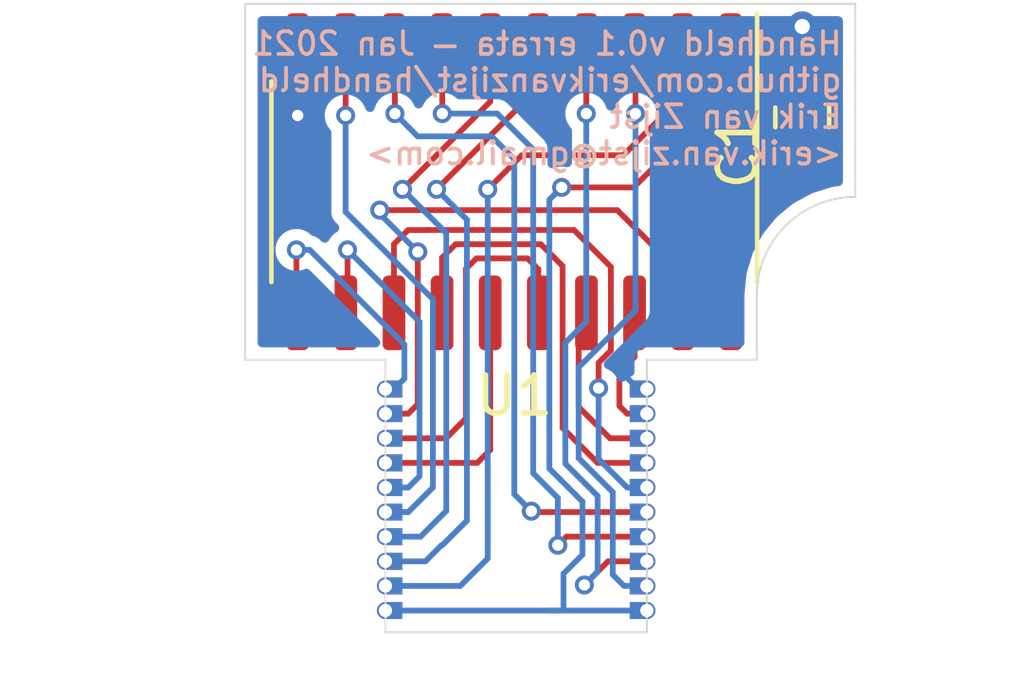
<source format=kicad_pcb>
(kicad_pcb (version 20171130) (host pcbnew "(5.1.6-0-10_14)")

  (general
    (thickness 1.6)
    (drawings 11)
    (tracks 170)
    (zones 0)
    (modules 4)
    (nets 20)
  )

  (page A4)
  (layers
    (0 F.Cu signal)
    (31 B.Cu signal)
    (32 B.Adhes user)
    (33 F.Adhes user)
    (34 B.Paste user)
    (35 F.Paste user)
    (36 B.SilkS user)
    (37 F.SilkS user)
    (38 B.Mask user)
    (39 F.Mask user)
    (40 Dwgs.User user)
    (41 Cmts.User user)
    (42 Eco1.User user)
    (43 Eco2.User user)
    (44 Edge.Cuts user)
    (45 Margin user)
    (46 B.CrtYd user)
    (47 F.CrtYd user)
    (48 B.Fab user)
    (49 F.Fab user)
  )

  (setup
    (last_trace_width 0.1524)
    (user_trace_width 0.1524)
    (trace_clearance 0.2)
    (zone_clearance 0.3)
    (zone_45_only no)
    (trace_min 0.1524)
    (via_size 0.8)
    (via_drill 0.4)
    (via_min_size 0.4)
    (via_min_drill 0.3)
    (user_via 0.5 0.3)
    (uvia_size 0.3)
    (uvia_drill 0.1)
    (uvias_allowed no)
    (uvia_min_size 0.2)
    (uvia_min_drill 0.1)
    (edge_width 0.05)
    (segment_width 0.2)
    (pcb_text_width 0.3)
    (pcb_text_size 1.5 1.5)
    (mod_edge_width 0.12)
    (mod_text_size 1 1)
    (mod_text_width 0.15)
    (pad_size 1.524 1.524)
    (pad_drill 0.762)
    (pad_to_mask_clearance 0.03)
    (aux_axis_origin 0 0)
    (visible_elements FFFFFF7F)
    (pcbplotparams
      (layerselection 0x010fc_ffffffff)
      (usegerberextensions false)
      (usegerberattributes true)
      (usegerberadvancedattributes true)
      (creategerberjobfile true)
      (excludeedgelayer true)
      (linewidth 0.100000)
      (plotframeref false)
      (viasonmask false)
      (mode 1)
      (useauxorigin false)
      (hpglpennumber 1)
      (hpglpenspeed 20)
      (hpglpendiameter 15.000000)
      (psnegative false)
      (psa4output false)
      (plotreference true)
      (plotvalue true)
      (plotinvisibletext false)
      (padsonsilk false)
      (subtractmaskfromsilk false)
      (outputformat 1)
      (mirror false)
      (drillshape 0)
      (scaleselection 1)
      (outputdirectory "gerbers"))
  )

  (net 0 "")
  (net 1 "Net-(C1-Pad2)")
  (net 2 GND)
  (net 3 "Net-(J1-Pad9)")
  (net 4 "Net-(J1-Pad8)")
  (net 5 "Net-(J1-Pad7)")
  (net 6 "Net-(J1-Pad6)")
  (net 7 "Net-(J1-Pad5)")
  (net 8 "Net-(J1-Pad4)")
  (net 9 "Net-(J1-Pad3)")
  (net 10 "Net-(J1-Pad2)")
  (net 11 "Net-(J2-Pad9)")
  (net 12 "Net-(J2-Pad8)")
  (net 13 "Net-(J2-Pad7)")
  (net 14 "Net-(J2-Pad6)")
  (net 15 "Net-(J2-Pad5)")
  (net 16 "Net-(J2-Pad4)")
  (net 17 "Net-(J2-Pad3)")
  (net 18 "Net-(J2-Pad2)")
  (net 19 "Net-(J2-Pad10)")

  (net_class Default "This is the default net class."
    (clearance 0.2)
    (trace_width 0.25)
    (via_dia 0.8)
    (via_drill 0.4)
    (uvia_dia 0.3)
    (uvia_drill 0.1)
    (add_net GND)
    (add_net "Net-(C1-Pad2)")
    (add_net "Net-(J1-Pad2)")
    (add_net "Net-(J1-Pad3)")
    (add_net "Net-(J1-Pad4)")
    (add_net "Net-(J1-Pad5)")
    (add_net "Net-(J1-Pad6)")
    (add_net "Net-(J1-Pad7)")
    (add_net "Net-(J1-Pad8)")
    (add_net "Net-(J1-Pad9)")
    (add_net "Net-(J2-Pad10)")
    (add_net "Net-(J2-Pad2)")
    (add_net "Net-(J2-Pad3)")
    (add_net "Net-(J2-Pad4)")
    (add_net "Net-(J2-Pad5)")
    (add_net "Net-(J2-Pad6)")
    (add_net "Net-(J2-Pad7)")
    (add_net "Net-(J2-Pad8)")
    (add_net "Net-(J2-Pad9)")
  )

  (net_class small ""
    (clearance 0.2)
    (trace_width 0.1524)
    (via_dia 0.5)
    (via_drill 0.3)
    (uvia_dia 0.3)
    (uvia_drill 0.1)
  )

  (module local:SSOP20_Catellations (layer F.Cu) (tedit 6004E599) (tstamp 60051788)
    (at 99.6 89.1)
    (path /6005204B)
    (fp_text reference J1 (at 1.9 2.9) (layer F.SilkS) hide
      (effects (font (size 1 1) (thickness 0.15)))
    )
    (fp_text value Conn_01x10 (at 5.3 -0.3) (layer F.Fab)
      (effects (font (size 1 1) (thickness 0.15)))
    )
    (fp_line (start -0.6 -3.25) (end 0 -3.25) (layer F.CrtYd) (width 0.12))
    (fp_line (start -0.6 3.25) (end -0.6 -3.25) (layer F.CrtYd) (width 0.12))
    (fp_line (start 0 3.25) (end -0.6 3.25) (layer F.CrtYd) (width 0.12))
    (fp_line (start 0 -3.25) (end 0 3.25) (layer F.CrtYd) (width 0.12))
    (fp_text user %R (at 0 4.5 90) (layer F.Fab)
      (effects (font (size 0.76 0.76) (thickness 0.114)))
    )
    (pad 7 smd rect (at -0.225 0.975) (size 0.45 0.45) (layers F.Cu F.Paste F.Mask)
      (net 5 "Net-(J1-Pad7)"))
    (pad 1 smd rect (at -0.225 -2.925) (size 0.45 0.45) (layers B.Cu B.Paste B.Mask)
      (net 2 GND))
    (pad 2 smd rect (at -0.225 -2.275) (size 0.45 0.45) (layers B.Cu B.Paste B.Mask)
      (net 10 "Net-(J1-Pad2)"))
    (pad 3 smd rect (at -0.225 -1.625) (size 0.45 0.45) (layers B.Cu B.Paste B.Mask)
      (net 9 "Net-(J1-Pad3)"))
    (pad 4 smd rect (at -0.225 -0.975) (size 0.45 0.45) (layers B.Cu B.Paste B.Mask)
      (net 8 "Net-(J1-Pad4)"))
    (pad 5 smd rect (at -0.225 -0.325) (size 0.45 0.45) (layers B.Cu B.Paste B.Mask)
      (net 7 "Net-(J1-Pad5)"))
    (pad 6 smd rect (at -0.225 0.325) (size 0.45 0.45) (layers B.Cu B.Paste B.Mask)
      (net 6 "Net-(J1-Pad6)"))
    (pad 8 smd rect (at -0.225 1.625) (size 0.45 0.45) (layers B.Cu B.Paste B.Mask)
      (net 4 "Net-(J1-Pad8)"))
    (pad 9 smd rect (at -0.225 2.275) (size 0.45 0.45) (layers B.Cu B.Paste B.Mask)
      (net 3 "Net-(J1-Pad9)"))
    (pad 10 smd rect (at -0.225 2.925) (size 0.45 0.45) (layers B.Cu B.Paste B.Mask)
      (net 1 "Net-(C1-Pad2)"))
    (pad 10 smd rect (at -0.225 2.925) (size 0.45 0.45) (layers F.Cu F.Paste F.Mask)
      (net 1 "Net-(C1-Pad2)"))
    (pad 9 smd rect (at -0.225 2.275) (size 0.45 0.45) (layers F.Cu F.Paste F.Mask)
      (net 3 "Net-(J1-Pad9)"))
    (pad 8 smd rect (at -0.225 1.625) (size 0.45 0.45) (layers F.Cu F.Paste F.Mask)
      (net 4 "Net-(J1-Pad8)"))
    (pad 7 smd rect (at -0.225 0.975) (size 0.45 0.45) (layers B.Cu B.Paste B.Mask)
      (net 5 "Net-(J1-Pad7)"))
    (pad 6 smd rect (at -0.225 0.325) (size 0.45 0.45) (layers F.Cu F.Paste F.Mask)
      (net 6 "Net-(J1-Pad6)"))
    (pad 5 smd rect (at -0.225 -0.325) (size 0.45 0.45) (layers F.Cu F.Paste F.Mask)
      (net 7 "Net-(J1-Pad5)"))
    (pad 4 smd rect (at -0.225 -0.975) (size 0.45 0.45) (layers F.Cu F.Paste F.Mask)
      (net 8 "Net-(J1-Pad4)"))
    (pad 3 smd rect (at -0.225 -1.625) (size 0.45 0.45) (layers F.Cu F.Paste F.Mask)
      (net 9 "Net-(J1-Pad3)"))
    (pad 2 smd rect (at -0.225 -2.275) (size 0.45 0.45) (layers F.Cu F.Paste F.Mask)
      (net 10 "Net-(J1-Pad2)"))
    (pad 1 smd rect (at -0.225 -2.925) (size 0.45 0.45) (layers F.Cu F.Paste F.Mask)
      (net 2 GND))
    (pad 9 thru_hole circle (at 0 2.275) (size 0.45 0.45) (drill 0.35) (layers *.Cu *.Mask)
      (net 3 "Net-(J1-Pad9)"))
    (pad 10 thru_hole circle (at 0 2.925) (size 0.45 0.45) (drill 0.35) (layers *.Cu *.Mask)
      (net 1 "Net-(C1-Pad2)"))
    (pad 5 thru_hole circle (at 0 -0.325) (size 0.45 0.45) (drill 0.35) (layers *.Cu *.Mask)
      (net 7 "Net-(J1-Pad5)"))
    (pad 6 thru_hole circle (at 0 0.325) (size 0.45 0.45) (drill 0.35) (layers *.Cu *.Mask)
      (net 6 "Net-(J1-Pad6)"))
    (pad 8 thru_hole circle (at 0 1.625) (size 0.45 0.45) (drill 0.35) (layers *.Cu *.Mask)
      (net 4 "Net-(J1-Pad8)"))
    (pad 7 thru_hole circle (at 0 0.975) (size 0.45 0.45) (drill 0.35) (layers *.Cu *.Mask)
      (net 5 "Net-(J1-Pad7)"))
    (pad 3 thru_hole circle (at 0 -1.625) (size 0.45 0.45) (drill 0.35) (layers *.Cu *.Mask)
      (net 9 "Net-(J1-Pad3)"))
    (pad 4 thru_hole circle (at 0 -0.975) (size 0.45 0.45) (drill 0.35) (layers *.Cu *.Mask)
      (net 8 "Net-(J1-Pad4)"))
    (pad 2 thru_hole circle (at 0 -2.275) (size 0.45 0.45) (drill 0.35) (layers *.Cu *.Mask)
      (net 10 "Net-(J1-Pad2)"))
    (pad 1 thru_hole circle (at 0 -2.925) (size 0.45 0.45) (drill 0.35) (layers *.Cu *.Mask)
      (net 2 GND))
  )

  (module local:SSOP20_Catellations (layer F.Cu) (tedit 6004CD8F) (tstamp 600517A8)
    (at 92.7 89.1 180)
    (path /6004CCF9)
    (fp_text reference J2 (at 1.8 -2.9) (layer F.SilkS) hide
      (effects (font (size 1 1) (thickness 0.15)))
    )
    (fp_text value Conn_01x10 (at 5.5 0.3) (layer F.Fab)
      (effects (font (size 1 1) (thickness 0.15)))
    )
    (fp_line (start -0.6 -3.25) (end 0 -3.25) (layer F.CrtYd) (width 0.12))
    (fp_line (start -0.6 3.25) (end -0.6 -3.25) (layer F.CrtYd) (width 0.12))
    (fp_line (start 0 3.25) (end -0.6 3.25) (layer F.CrtYd) (width 0.12))
    (fp_line (start 0 -3.25) (end 0 3.25) (layer F.CrtYd) (width 0.12))
    (fp_text user %R (at 0 4.5 90) (layer F.Fab)
      (effects (font (size 0.76 0.76) (thickness 0.114)))
    )
    (pad 7 smd rect (at -0.225 0.975 180) (size 0.45 0.45) (layers F.Cu F.Paste F.Mask)
      (net 13 "Net-(J2-Pad7)"))
    (pad 1 smd rect (at -0.225 -2.925 180) (size 0.45 0.45) (layers B.Cu B.Paste B.Mask)
      (net 1 "Net-(C1-Pad2)"))
    (pad 2 smd rect (at -0.225 -2.275 180) (size 0.45 0.45) (layers B.Cu B.Paste B.Mask)
      (net 18 "Net-(J2-Pad2)"))
    (pad 3 smd rect (at -0.225 -1.625 180) (size 0.45 0.45) (layers B.Cu B.Paste B.Mask)
      (net 17 "Net-(J2-Pad3)"))
    (pad 4 smd rect (at -0.225 -0.975 180) (size 0.45 0.45) (layers B.Cu B.Paste B.Mask)
      (net 16 "Net-(J2-Pad4)"))
    (pad 5 smd rect (at -0.225 -0.325 180) (size 0.45 0.45) (layers B.Cu B.Paste B.Mask)
      (net 15 "Net-(J2-Pad5)"))
    (pad 6 smd rect (at -0.225 0.325 180) (size 0.45 0.45) (layers B.Cu B.Paste B.Mask)
      (net 14 "Net-(J2-Pad6)"))
    (pad 8 smd rect (at -0.225 1.625 180) (size 0.45 0.45) (layers B.Cu B.Paste B.Mask)
      (net 12 "Net-(J2-Pad8)"))
    (pad 9 smd rect (at -0.225 2.275 180) (size 0.45 0.45) (layers B.Cu B.Paste B.Mask)
      (net 11 "Net-(J2-Pad9)"))
    (pad 10 smd rect (at -0.225 2.925 180) (size 0.45 0.45) (layers B.Cu B.Paste B.Mask)
      (net 19 "Net-(J2-Pad10)"))
    (pad 10 smd rect (at -0.225 2.925 180) (size 0.45 0.45) (layers F.Cu F.Paste F.Mask)
      (net 19 "Net-(J2-Pad10)"))
    (pad 9 smd rect (at -0.225 2.275 180) (size 0.45 0.45) (layers F.Cu F.Paste F.Mask)
      (net 11 "Net-(J2-Pad9)"))
    (pad 8 smd rect (at -0.225 1.625 180) (size 0.45 0.45) (layers F.Cu F.Paste F.Mask)
      (net 12 "Net-(J2-Pad8)"))
    (pad 7 smd rect (at -0.225 0.975 180) (size 0.45 0.45) (layers B.Cu B.Paste B.Mask)
      (net 13 "Net-(J2-Pad7)"))
    (pad 6 smd rect (at -0.225 0.325 180) (size 0.45 0.45) (layers F.Cu F.Paste F.Mask)
      (net 14 "Net-(J2-Pad6)"))
    (pad 5 smd rect (at -0.225 -0.325 180) (size 0.45 0.45) (layers F.Cu F.Paste F.Mask)
      (net 15 "Net-(J2-Pad5)"))
    (pad 4 smd rect (at -0.225 -0.975 180) (size 0.45 0.45) (layers F.Cu F.Paste F.Mask)
      (net 16 "Net-(J2-Pad4)"))
    (pad 3 smd rect (at -0.225 -1.625 180) (size 0.45 0.45) (layers F.Cu F.Paste F.Mask)
      (net 17 "Net-(J2-Pad3)"))
    (pad 2 smd rect (at -0.225 -2.275 180) (size 0.45 0.45) (layers F.Cu F.Paste F.Mask)
      (net 18 "Net-(J2-Pad2)"))
    (pad 1 smd rect (at -0.225 -2.925 180) (size 0.45 0.45) (layers F.Cu F.Paste F.Mask)
      (net 1 "Net-(C1-Pad2)"))
    (pad 9 thru_hole circle (at 0 2.275 180) (size 0.45 0.45) (drill 0.35) (layers *.Cu *.Mask)
      (net 11 "Net-(J2-Pad9)"))
    (pad 10 thru_hole circle (at 0 2.925 180) (size 0.45 0.45) (drill 0.35) (layers *.Cu *.Mask)
      (net 19 "Net-(J2-Pad10)"))
    (pad 5 thru_hole circle (at 0 -0.325 180) (size 0.45 0.45) (drill 0.35) (layers *.Cu *.Mask)
      (net 15 "Net-(J2-Pad5)"))
    (pad 6 thru_hole circle (at 0 0.325 180) (size 0.45 0.45) (drill 0.35) (layers *.Cu *.Mask)
      (net 14 "Net-(J2-Pad6)"))
    (pad 8 thru_hole circle (at 0 1.625 180) (size 0.45 0.45) (drill 0.35) (layers *.Cu *.Mask)
      (net 12 "Net-(J2-Pad8)"))
    (pad 7 thru_hole circle (at 0 0.975 180) (size 0.45 0.45) (drill 0.35) (layers *.Cu *.Mask)
      (net 13 "Net-(J2-Pad7)"))
    (pad 3 thru_hole circle (at 0 -1.625 180) (size 0.45 0.45) (drill 0.35) (layers *.Cu *.Mask)
      (net 17 "Net-(J2-Pad3)"))
    (pad 4 thru_hole circle (at 0 -0.975 180) (size 0.45 0.45) (drill 0.35) (layers *.Cu *.Mask)
      (net 16 "Net-(J2-Pad4)"))
    (pad 2 thru_hole circle (at 0 -2.275 180) (size 0.45 0.45) (drill 0.35) (layers *.Cu *.Mask)
      (net 18 "Net-(J2-Pad2)"))
    (pad 1 thru_hole circle (at 0 -2.925 180) (size 0.45 0.45) (drill 0.35) (layers *.Cu *.Mask)
      (net 1 "Net-(C1-Pad2)"))
  )

  (module Package_SO:SO-20_5.3x12.6mm_P1.27mm (layer F.Cu) (tedit 5EA5315B) (tstamp 600517CE)
    (at 96.1 80.7 270)
    (descr "SO, 20 Pin (https://www.ti.com/lit/ml/msop002a/msop002a.pdf), generated with kicad-footprint-generator ipc_gullwing_generator.py")
    (tags "SO SO")
    (path /6004B654)
    (attr smd)
    (fp_text reference U1 (at 5.65 0) (layer F.SilkS)
      (effects (font (size 1 1) (thickness 0.15)))
    )
    (fp_text value 74LS273 (at 0 8.2 90) (layer F.Fab)
      (effects (font (size 1 1) (thickness 0.15)))
    )
    (fp_line (start 4.7 -6.55) (end -4.7 -6.55) (layer F.CrtYd) (width 0.05))
    (fp_line (start 4.7 6.55) (end 4.7 -6.55) (layer F.CrtYd) (width 0.05))
    (fp_line (start -4.7 6.55) (end 4.7 6.55) (layer F.CrtYd) (width 0.05))
    (fp_line (start -4.7 -6.55) (end -4.7 6.55) (layer F.CrtYd) (width 0.05))
    (fp_line (start -2.65 -5.3) (end -1.65 -6.3) (layer F.Fab) (width 0.1))
    (fp_line (start -2.65 6.3) (end -2.65 -5.3) (layer F.Fab) (width 0.1))
    (fp_line (start 2.65 6.3) (end -2.65 6.3) (layer F.Fab) (width 0.1))
    (fp_line (start 2.65 -6.3) (end 2.65 6.3) (layer F.Fab) (width 0.1))
    (fp_line (start -1.65 -6.3) (end 2.65 -6.3) (layer F.Fab) (width 0.1))
    (fp_line (start 0 -6.41) (end -4.45 -6.41) (layer F.SilkS) (width 0.12))
    (fp_line (start 0 -6.41) (end 2.65 -6.41) (layer F.SilkS) (width 0.12))
    (fp_line (start 0 6.41) (end -2.65 6.41) (layer F.SilkS) (width 0.12))
    (fp_line (start 0 6.41) (end 2.65 6.41) (layer F.SilkS) (width 0.12))
    (fp_text user %R (at 0 0 90) (layer F.Fab)
      (effects (font (size 1 1) (thickness 0.15)))
    )
    (pad 20 smd roundrect (at 3.4625 -5.715 270) (size 1.975 0.6) (layers F.Cu F.Paste F.Mask) (roundrect_rratio 0.25)
      (net 1 "Net-(C1-Pad2)"))
    (pad 19 smd roundrect (at 3.4625 -4.445 270) (size 1.975 0.6) (layers F.Cu F.Paste F.Mask) (roundrect_rratio 0.25)
      (net 11 "Net-(J2-Pad9)"))
    (pad 18 smd roundrect (at 3.4625 -3.175 270) (size 1.975 0.6) (layers F.Cu F.Paste F.Mask) (roundrect_rratio 0.25)
      (net 10 "Net-(J1-Pad2)"))
    (pad 17 smd roundrect (at 3.4625 -1.905 270) (size 1.975 0.6) (layers F.Cu F.Paste F.Mask) (roundrect_rratio 0.25)
      (net 9 "Net-(J1-Pad3)"))
    (pad 16 smd roundrect (at 3.4625 -0.635 270) (size 1.975 0.6) (layers F.Cu F.Paste F.Mask) (roundrect_rratio 0.25)
      (net 12 "Net-(J2-Pad8)"))
    (pad 15 smd roundrect (at 3.4625 0.635 270) (size 1.975 0.6) (layers F.Cu F.Paste F.Mask) (roundrect_rratio 0.25)
      (net 13 "Net-(J2-Pad7)"))
    (pad 14 smd roundrect (at 3.4625 1.905 270) (size 1.975 0.6) (layers F.Cu F.Paste F.Mask) (roundrect_rratio 0.25)
      (net 8 "Net-(J1-Pad4)"))
    (pad 13 smd roundrect (at 3.4625 3.175 270) (size 1.975 0.6) (layers F.Cu F.Paste F.Mask) (roundrect_rratio 0.25)
      (net 7 "Net-(J1-Pad5)"))
    (pad 12 smd roundrect (at 3.4625 4.445 270) (size 1.975 0.6) (layers F.Cu F.Paste F.Mask) (roundrect_rratio 0.25)
      (net 14 "Net-(J2-Pad6)"))
    (pad 11 smd roundrect (at 3.4625 5.715 270) (size 1.975 0.6) (layers F.Cu F.Paste F.Mask) (roundrect_rratio 0.25)
      (net 19 "Net-(J2-Pad10)"))
    (pad 10 smd roundrect (at -3.4625 5.715 270) (size 1.975 0.6) (layers F.Cu F.Paste F.Mask) (roundrect_rratio 0.25)
      (net 2 GND))
    (pad 9 smd roundrect (at -3.4625 4.445 270) (size 1.975 0.6) (layers F.Cu F.Paste F.Mask) (roundrect_rratio 0.25)
      (net 15 "Net-(J2-Pad5)"))
    (pad 8 smd roundrect (at -3.4625 3.175 270) (size 1.975 0.6) (layers F.Cu F.Paste F.Mask) (roundrect_rratio 0.25)
      (net 6 "Net-(J1-Pad6)"))
    (pad 7 smd roundrect (at -3.4625 1.905 270) (size 1.975 0.6) (layers F.Cu F.Paste F.Mask) (roundrect_rratio 0.25)
      (net 5 "Net-(J1-Pad7)"))
    (pad 6 smd roundrect (at -3.4625 0.635 270) (size 1.975 0.6) (layers F.Cu F.Paste F.Mask) (roundrect_rratio 0.25)
      (net 16 "Net-(J2-Pad4)"))
    (pad 5 smd roundrect (at -3.4625 -0.635 270) (size 1.975 0.6) (layers F.Cu F.Paste F.Mask) (roundrect_rratio 0.25)
      (net 17 "Net-(J2-Pad3)"))
    (pad 4 smd roundrect (at -3.4625 -1.905 270) (size 1.975 0.6) (layers F.Cu F.Paste F.Mask) (roundrect_rratio 0.25)
      (net 4 "Net-(J1-Pad8)"))
    (pad 3 smd roundrect (at -3.4625 -3.175 270) (size 1.975 0.6) (layers F.Cu F.Paste F.Mask) (roundrect_rratio 0.25)
      (net 3 "Net-(J1-Pad9)"))
    (pad 2 smd roundrect (at -3.4625 -4.445 270) (size 1.975 0.6) (layers F.Cu F.Paste F.Mask) (roundrect_rratio 0.25)
      (net 18 "Net-(J2-Pad2)"))
    (pad 1 smd roundrect (at -3.4625 -5.715 270) (size 1.975 0.6) (layers F.Cu F.Paste F.Mask) (roundrect_rratio 0.25)
      (net 1 "Net-(C1-Pad2)"))
    (model ${KISYS3DMOD}/Package_SO.3dshapes/SO-20_5.3x12.6mm_P1.27mm.wrl
      (at (xyz 0 0 0))
      (scale (xyz 1 1 1))
      (rotate (xyz 0 0 0))
    )
  )

  (module Capacitor_SMD:C_0805_2012Metric (layer F.Cu) (tedit 5B36C52B) (tstamp 60051768)
    (at 103.7 79 270)
    (descr "Capacitor SMD 0805 (2012 Metric), square (rectangular) end terminal, IPC_7351 nominal, (Body size source: https://docs.google.com/spreadsheets/d/1BsfQQcO9C6DZCsRaXUlFlo91Tg2WpOkGARC1WS5S8t0/edit?usp=sharing), generated with kicad-footprint-generator")
    (tags capacitor)
    (path /60059723)
    (attr smd)
    (fp_text reference C1 (at 0.9 1.7 270) (layer F.SilkS)
      (effects (font (size 1 1) (thickness 0.15)))
    )
    (fp_text value C (at 0 1.65 90) (layer F.Fab)
      (effects (font (size 1 1) (thickness 0.15)))
    )
    (fp_line (start 1.68 0.95) (end -1.68 0.95) (layer F.CrtYd) (width 0.05))
    (fp_line (start 1.68 -0.95) (end 1.68 0.95) (layer F.CrtYd) (width 0.05))
    (fp_line (start -1.68 -0.95) (end 1.68 -0.95) (layer F.CrtYd) (width 0.05))
    (fp_line (start -1.68 0.95) (end -1.68 -0.95) (layer F.CrtYd) (width 0.05))
    (fp_line (start -0.258578 0.71) (end 0.258578 0.71) (layer F.SilkS) (width 0.12))
    (fp_line (start -0.258578 -0.71) (end 0.258578 -0.71) (layer F.SilkS) (width 0.12))
    (fp_line (start 1 0.6) (end -1 0.6) (layer F.Fab) (width 0.1))
    (fp_line (start 1 -0.6) (end 1 0.6) (layer F.Fab) (width 0.1))
    (fp_line (start -1 -0.6) (end 1 -0.6) (layer F.Fab) (width 0.1))
    (fp_line (start -1 0.6) (end -1 -0.6) (layer F.Fab) (width 0.1))
    (fp_text user %R (at 0 0 90) (layer F.Fab)
      (effects (font (size 0.5 0.5) (thickness 0.08)))
    )
    (pad 2 smd roundrect (at 0.9375 0 270) (size 0.975 1.4) (layers F.Cu F.Paste F.Mask) (roundrect_rratio 0.25)
      (net 1 "Net-(C1-Pad2)"))
    (pad 1 smd roundrect (at -0.9375 0 270) (size 0.975 1.4) (layers F.Cu F.Paste F.Mask) (roundrect_rratio 0.25)
      (net 2 GND))
    (model ${KISYS3DMOD}/Capacitor_SMD.3dshapes/C_0805_2012Metric.wrl
      (at (xyz 0 0 0))
      (scale (xyz 1 1 1))
      (rotate (xyz 0 0 0))
    )
  )

  (gr_arc (start 105.1 83.7) (end 105.1 81.1) (angle -90) (layer Edge.Cuts) (width 0.05))
  (gr_line (start 102.5 85.4) (end 102.5 83.7) (layer Edge.Cuts) (width 0.05))
  (gr_text "Handheld v0.1 errata — Jan 2021\ngithub.com/erikvanzijst/handheld\nErik van Zijst\n<erik.van.zijst@gmail.com>" (at 104.8 78.5) (layer B.SilkS)
    (effects (font (size 0.6 0.6) (thickness 0.1)) (justify left mirror))
  )
  (gr_line (start 89 85.4) (end 89 76) (layer Edge.Cuts) (width 0.05) (tstamp 60051C07))
  (gr_line (start 92.7 85.4) (end 89 85.4) (layer Edge.Cuts) (width 0.05))
  (gr_line (start 92.7 92.6) (end 92.7 85.4) (layer Edge.Cuts) (width 0.05))
  (gr_line (start 99.6 92.6) (end 92.7 92.6) (layer Edge.Cuts) (width 0.05))
  (gr_line (start 99.6 85.4) (end 99.6 92.6) (layer Edge.Cuts) (width 0.05))
  (gr_line (start 102.5 85.4) (end 99.6 85.4) (layer Edge.Cuts) (width 0.05))
  (gr_line (start 105.1 76) (end 105.1 81.1) (layer Edge.Cuts) (width 0.05))
  (gr_line (start 89 76) (end 105.1 76) (layer Edge.Cuts) (width 0.05))

  (segment (start 92.925 92.025) (end 93.475 92.025) (width 0.1524) (layer B.Cu) (net 1))
  (segment (start 93.475 92.025) (end 97.025 92.025) (width 0.1524) (layer B.Cu) (net 1))
  (via (at 97.35 80.85) (size 0.5) (drill 0.3) (layers F.Cu B.Cu) (net 1))
  (segment (start 97.025 92.025) (end 99.6 92.025) (width 0.1524) (layer B.Cu) (net 1))
  (segment (start 97.025 88.275) (end 97.025 81.175) (width 0.1524) (layer B.Cu) (net 1))
  (segment (start 97.9 89.15) (end 97.025 88.275) (width 0.1524) (layer B.Cu) (net 1))
  (segment (start 97.9 90.55) (end 97.9 89.15) (width 0.1524) (layer B.Cu) (net 1))
  (segment (start 97.4 91.05) (end 97.9 90.55) (width 0.1524) (layer B.Cu) (net 1))
  (segment (start 97.4 92.025) (end 97.4 91.05) (width 0.1524) (layer B.Cu) (net 1))
  (segment (start 97.025 81.175) (end 97.35 80.85) (width 0.1524) (layer B.Cu) (net 1))
  (segment (start 97.025 92.025) (end 97.4 92.025) (width 0.1524) (layer B.Cu) (net 1))
  (segment (start 101.815 78.0525) (end 103.7 79.9375) (width 0.1524) (layer F.Cu) (net 1))
  (segment (start 101.815 77.2375) (end 101.815 78.0525) (width 0.1524) (layer F.Cu) (net 1))
  (segment (start 101.815 81.8225) (end 103.7 79.9375) (width 0.1524) (layer F.Cu) (net 1))
  (segment (start 101.815 84.1625) (end 101.815 81.8225) (width 0.1524) (layer F.Cu) (net 1))
  (segment (start 100.1625 79.9375) (end 103.7 79.9375) (width 0.1524) (layer F.Cu) (net 1))
  (segment (start 99.25 80.85) (end 100.1625 79.9375) (width 0.1524) (layer F.Cu) (net 1))
  (segment (start 97.35 80.85) (end 99.25 80.85) (width 0.1524) (layer F.Cu) (net 1))
  (via (at 103.7 76.6) (size 0.8) (drill 0.4) (layers F.Cu B.Cu) (net 2))
  (segment (start 103.7 78.0625) (end 103.7 76.6) (width 0.1524) (layer F.Cu) (net 2))
  (segment (start 99.05 85.05) (end 99.35 84.75) (width 0.1524) (layer B.Cu) (net 2))
  (segment (start 99.05 85.85) (end 99.05 85.05) (width 0.1524) (layer B.Cu) (net 2))
  (segment (start 99.375 86.175) (end 99.05 85.85) (width 0.1524) (layer B.Cu) (net 2))
  (segment (start 90.385 77.2375) (end 90.385 78.95) (width 0.1524) (layer F.Cu) (net 2))
  (segment (start 90.385 78.95) (end 90.385 78.95) (width 0.1524) (layer F.Cu) (net 2) (tstamp 600563C7))
  (via (at 90.385 78.95) (size 0.5) (drill 0.3) (layers F.Cu B.Cu) (net 2))
  (via (at 99.3 78.9) (size 0.5) (drill 0.3) (layers F.Cu B.Cu) (net 3))
  (segment (start 99.3 77.2625) (end 99.275 77.2375) (width 0.1524) (layer F.Cu) (net 3))
  (segment (start 99.3 78.9) (end 99.3 77.2625) (width 0.1524) (layer F.Cu) (net 3))
  (segment (start 97.799999 85.600001) (end 99.3 84.1) (width 0.1524) (layer B.Cu) (net 3))
  (segment (start 99.3 84.1) (end 99.3 78.9) (width 0.1524) (layer B.Cu) (net 3))
  (segment (start 97.799999 87.999999) (end 97.799999 85.600001) (width 0.1524) (layer B.Cu) (net 3))
  (segment (start 98.7 88.9) (end 97.799999 87.999999) (width 0.1524) (layer B.Cu) (net 3))
  (segment (start 98.9976 91.375) (end 98.7 91.0774) (width 0.1524) (layer B.Cu) (net 3))
  (segment (start 98.7 91.0774) (end 98.7 88.9) (width 0.1524) (layer B.Cu) (net 3))
  (segment (start 99.375 91.375) (end 98.9976 91.375) (width 0.1524) (layer B.Cu) (net 3))
  (segment (start 99.226201 90.576201) (end 99.29879 90.64879) (width 0.1524) (layer F.Cu) (net 4))
  (segment (start 98.575 90.725) (end 97.95 91.35) (width 0.1524) (layer F.Cu) (net 4))
  (via (at 97.95 91.35) (size 0.5) (drill 0.3) (layers F.Cu B.Cu) (net 4))
  (segment (start 99.375 90.725) (end 98.575 90.725) (width 0.1524) (layer F.Cu) (net 4))
  (segment (start 97.95 91.35) (end 98.3 91) (width 0.1524) (layer B.Cu) (net 4))
  (segment (start 98.3 91) (end 98.3 89) (width 0.1524) (layer B.Cu) (net 4))
  (segment (start 97.447589 88.147589) (end 97.447589 84.952411) (width 0.1524) (layer B.Cu) (net 4))
  (segment (start 98.3 89) (end 97.447589 88.147589) (width 0.1524) (layer B.Cu) (net 4))
  (via (at 98 78.9) (size 0.5) (drill 0.3) (layers F.Cu B.Cu) (net 4))
  (segment (start 98 84.4) (end 98 78.9) (width 0.1524) (layer B.Cu) (net 4))
  (segment (start 97.447589 84.952411) (end 98 84.4) (width 0.1524) (layer B.Cu) (net 4))
  (segment (start 98 77.2425) (end 98.005 77.2375) (width 0.1524) (layer F.Cu) (net 4))
  (segment (start 98 78.9) (end 98 77.2425) (width 0.1524) (layer F.Cu) (net 4))
  (via (at 97.25 90.3) (size 0.5) (drill 0.3) (layers F.Cu B.Cu) (net 5))
  (segment (start 97.475 90.075) (end 97.25 90.3) (width 0.1524) (layer F.Cu) (net 5))
  (segment (start 99.375 90.075) (end 97.475 90.075) (width 0.1524) (layer F.Cu) (net 5))
  (via (at 94.2 78.9) (size 0.5) (drill 0.3) (layers F.Cu B.Cu) (net 5))
  (segment (start 94.2 77.2425) (end 94.195 77.2375) (width 0.1524) (layer F.Cu) (net 5))
  (segment (start 94.2 78.9) (end 94.2 77.2425) (width 0.1524) (layer F.Cu) (net 5))
  (segment (start 96.6 79.85) (end 95.65 78.9) (width 0.1524) (layer B.Cu) (net 5))
  (segment (start 95.65 78.9) (end 94.2 78.9) (width 0.1524) (layer B.Cu) (net 5))
  (segment (start 96.6 88.4) (end 96.6 79.85) (width 0.1524) (layer B.Cu) (net 5))
  (segment (start 97.25 89.05) (end 96.6 88.4) (width 0.1524) (layer B.Cu) (net 5))
  (segment (start 97.25 90.3) (end 97.25 89.05) (width 0.1524) (layer B.Cu) (net 5))
  (via (at 96.55 89.4) (size 0.5) (drill 0.3) (layers F.Cu B.Cu) (net 6))
  (segment (start 96.575 89.425) (end 96.55 89.4) (width 0.1524) (layer F.Cu) (net 6))
  (segment (start 99.375 89.425) (end 96.575 89.425) (width 0.1524) (layer F.Cu) (net 6))
  (via (at 92.95 78.9) (size 0.5) (drill 0.3) (layers F.Cu B.Cu) (net 6))
  (segment (start 92.95 77.2625) (end 92.925 77.2375) (width 0.1524) (layer F.Cu) (net 6))
  (segment (start 92.95 78.9) (end 92.95 77.2625) (width 0.1524) (layer F.Cu) (net 6))
  (segment (start 93.55 79.5) (end 92.95 78.9) (width 0.1524) (layer B.Cu) (net 6))
  (segment (start 95.5 79.5) (end 93.55 79.5) (width 0.1524) (layer B.Cu) (net 6))
  (segment (start 96.1 88.95) (end 96.1 80.1) (width 0.1524) (layer B.Cu) (net 6))
  (segment (start 96.1 80.1) (end 95.5 79.5) (width 0.1524) (layer B.Cu) (net 6))
  (segment (start 96.55 89.4) (end 96.1 88.95) (width 0.1524) (layer B.Cu) (net 6))
  (via (at 98.3262 86.15) (size 0.5) (drill 0.3) (layers F.Cu B.Cu) (net 7))
  (segment (start 99.077838 88.775) (end 99.375 88.775) (width 0.1524) (layer B.Cu) (net 7))
  (segment (start 98.3262 88.023362) (end 99.077838 88.775) (width 0.1524) (layer B.Cu) (net 7))
  (segment (start 98.3262 86.15) (end 98.3262 88.023362) (width 0.1524) (layer B.Cu) (net 7))
  (segment (start 98.65 82.95) (end 98.65 85.157221) (width 0.1524) (layer F.Cu) (net 7))
  (segment (start 98.65 85.157221) (end 98.3262 85.481021) (width 0.1524) (layer F.Cu) (net 7))
  (segment (start 97.673799 81.973799) (end 98.65 82.95) (width 0.1524) (layer F.Cu) (net 7))
  (segment (start 92.925 84.1625) (end 92.925 82.348624) (width 0.1524) (layer F.Cu) (net 7))
  (segment (start 93.802577 81.976201) (end 93.804979 81.973799) (width 0.1524) (layer F.Cu) (net 7))
  (segment (start 93.297423 81.976201) (end 93.802577 81.976201) (width 0.1524) (layer F.Cu) (net 7))
  (segment (start 98.3262 85.481021) (end 98.3262 86.15) (width 0.1524) (layer F.Cu) (net 7))
  (segment (start 93.804979 81.973799) (end 97.673799 81.973799) (width 0.1524) (layer F.Cu) (net 7))
  (segment (start 92.925 82.348624) (end 93.297423 81.976201) (width 0.1524) (layer F.Cu) (net 7))
  (segment (start 94.195 83.226283) (end 94.195 84.1625) (width 0.1524) (layer F.Cu) (net 8))
  (segment (start 97.375 87.2) (end 98.3 88.125) (width 0.1524) (layer F.Cu) (net 8))
  (segment (start 98.3 88.125) (end 99.375 88.125) (width 0.1524) (layer F.Cu) (net 8))
  (segment (start 97.375 82.925) (end 97.375 87.2) (width 0.1524) (layer F.Cu) (net 8))
  (segment (start 94.195 84.1625) (end 94.195 82.705) (width 0.1524) (layer F.Cu) (net 8))
  (segment (start 96.8 82.35) (end 97.375 82.925) (width 0.1524) (layer F.Cu) (net 8))
  (segment (start 94.55 82.35) (end 96.8 82.35) (width 0.1524) (layer F.Cu) (net 8))
  (segment (start 94.195 82.705) (end 94.55 82.35) (width 0.1524) (layer F.Cu) (net 8))
  (segment (start 99.22379 87.4) (end 99.29879 87.475) (width 0.1524) (layer B.Cu) (net 9))
  (segment (start 98.625 87.475) (end 99.375 87.475) (width 0.1524) (layer F.Cu) (net 9))
  (segment (start 97.8 86.65) (end 98.625 87.475) (width 0.1524) (layer F.Cu) (net 9))
  (segment (start 97.8 84.3675) (end 97.8 86.65) (width 0.1524) (layer F.Cu) (net 9))
  (segment (start 98.005 84.1625) (end 97.8 84.3675) (width 0.1524) (layer F.Cu) (net 9))
  (segment (start 99.077838 86.825) (end 99.29879 86.825) (width 0.1524) (layer F.Cu) (net 10))
  (segment (start 98.873799 85.726201) (end 98.873799 86.620961) (width 0.1524) (layer F.Cu) (net 10))
  (segment (start 98.873799 86.620961) (end 99.077838 86.825) (width 0.1524) (layer F.Cu) (net 10))
  (segment (start 99.275 85.325) (end 98.873799 85.726201) (width 0.1524) (layer F.Cu) (net 10))
  (segment (start 99.275 84.1625) (end 99.275 85.325) (width 0.1524) (layer F.Cu) (net 10))
  (segment (start 93.3024 86.825) (end 93.553407 86.573993) (width 0.1524) (layer F.Cu) (net 11))
  (via (at 93.553407 82.552411) (size 0.5) (drill 0.3) (layers F.Cu B.Cu) (net 11))
  (segment (start 92.925 86.825) (end 93.3024 86.825) (width 0.1524) (layer F.Cu) (net 11))
  (segment (start 93.553407 86.573993) (end 93.553407 82.552411) (width 0.1524) (layer F.Cu) (net 11))
  (segment (start 98.82 81.45) (end 92.55 81.45) (width 0.1524) (layer F.Cu) (net 11))
  (segment (start 100.545 83.175) (end 98.82 81.45) (width 0.1524) (layer F.Cu) (net 11))
  (via (at 92.55 81.45) (size 0.5) (drill 0.3) (layers F.Cu B.Cu) (net 11))
  (segment (start 100.545 84.1625) (end 100.545 83.175) (width 0.1524) (layer F.Cu) (net 11))
  (segment (start 92.55 81.549004) (end 92.55 81.45) (width 0.1524) (layer B.Cu) (net 11))
  (segment (start 93.553407 82.552411) (end 92.55 81.549004) (width 0.1524) (layer B.Cu) (net 11))
  (segment (start 94.3 87.475) (end 93.00121 87.475) (width 0.1524) (layer F.Cu) (net 12))
  (segment (start 94.825 83) (end 94.825 86.95) (width 0.1524) (layer F.Cu) (net 12))
  (segment (start 94.825 86.95) (end 94.3 87.475) (width 0.1524) (layer F.Cu) (net 12))
  (segment (start 96.45 82.725) (end 95.1 82.725) (width 0.1524) (layer F.Cu) (net 12))
  (segment (start 96.735 83.01) (end 96.45 82.725) (width 0.1524) (layer F.Cu) (net 12))
  (segment (start 95.1 82.725) (end 94.825 83) (width 0.1524) (layer F.Cu) (net 12))
  (segment (start 96.735 84.1625) (end 96.735 83.01) (width 0.1524) (layer F.Cu) (net 12))
  (segment (start 95.125 88.125) (end 92.925 88.125) (width 0.1524) (layer F.Cu) (net 13))
  (segment (start 95.465 87.785) (end 95.125 88.125) (width 0.1524) (layer F.Cu) (net 13))
  (segment (start 95.465 84.1625) (end 95.465 87.785) (width 0.1524) (layer F.Cu) (net 13))
  (via (at 91.7 82.5) (size 0.5) (drill 0.3) (layers F.Cu B.Cu) (net 14))
  (segment (start 91.7 84.1175) (end 91.655 84.1625) (width 0.1524) (layer F.Cu) (net 14))
  (segment (start 91.7 82.5) (end 91.7 84.1175) (width 0.1524) (layer F.Cu) (net 14))
  (segment (start 93.3024 88.775) (end 93.6 88.4774) (width 0.1524) (layer B.Cu) (net 14))
  (segment (start 92.925 88.775) (end 93.3024 88.775) (width 0.1524) (layer B.Cu) (net 14))
  (segment (start 93.6 88.4774) (end 93.6 84.4) (width 0.1524) (layer B.Cu) (net 14))
  (segment (start 93.6 84.4) (end 91.7 82.5) (width 0.1524) (layer B.Cu) (net 14))
  (via (at 91.65 78.95) (size 0.5) (drill 0.3) (layers F.Cu B.Cu) (net 15))
  (segment (start 91.65 77.2425) (end 91.655 77.2375) (width 0.1524) (layer F.Cu) (net 15))
  (segment (start 91.65 78.95) (end 91.65 77.2425) (width 0.1524) (layer F.Cu) (net 15))
  (segment (start 93.95241 88.77499) (end 93.95241 83.80241) (width 0.1524) (layer B.Cu) (net 15))
  (segment (start 91.65 81.5) (end 91.65 78.95) (width 0.1524) (layer B.Cu) (net 15))
  (segment (start 93.3024 89.425) (end 93.95241 88.77499) (width 0.1524) (layer B.Cu) (net 15))
  (segment (start 93.95241 83.80241) (end 91.65 81.5) (width 0.1524) (layer B.Cu) (net 15))
  (segment (start 93.3024 89.425) (end 92.7 89.425) (width 0.1524) (layer B.Cu) (net 15))
  (segment (start 93.625 90.075) (end 94 89.7) (width 0.1524) (layer B.Cu) (net 16))
  (segment (start 92.925 90.075) (end 93.625 90.075) (width 0.1524) (layer B.Cu) (net 16))
  (segment (start 95.465 78.585) (end 93.15 80.9) (width 0.1524) (layer F.Cu) (net 16))
  (via (at 93.15 80.9) (size 0.5) (drill 0.3) (layers F.Cu B.Cu) (net 16))
  (segment (start 95.465 77.2375) (end 95.465 78.585) (width 0.1524) (layer F.Cu) (net 16))
  (segment (start 94.30482 89.39518) (end 94.30482 82.05482) (width 0.1524) (layer B.Cu) (net 16))
  (segment (start 94 89.7) (end 94.30482 89.39518) (width 0.1524) (layer B.Cu) (net 16))
  (segment (start 94.30482 82.05482) (end 93.15 80.9) (width 0.1524) (layer B.Cu) (net 16))
  (segment (start 93.753778 90.725) (end 94.178778 90.3) (width 0.1524) (layer B.Cu) (net 17))
  (segment (start 92.925 90.725) (end 93.753778 90.725) (width 0.1524) (layer B.Cu) (net 17))
  (via (at 94.05 80.9) (size 0.5) (drill 0.3) (layers F.Cu B.Cu) (net 17))
  (segment (start 94.85 81.7) (end 94.05 80.9) (width 0.1524) (layer B.Cu) (net 17))
  (segment (start 96.735 78.215) (end 94.05 80.9) (width 0.1524) (layer F.Cu) (net 17))
  (segment (start 96.735 77.2375) (end 96.735 78.215) (width 0.1524) (layer F.Cu) (net 17))
  (segment (start 94.2 90.3) (end 94.85 89.65) (width 0.1524) (layer B.Cu) (net 17))
  (segment (start 94.178778 90.3) (end 94.2 90.3) (width 0.1524) (layer B.Cu) (net 17))
  (segment (start 94.85 89.65) (end 94.85 81.7) (width 0.1524) (layer B.Cu) (net 17))
  (via (at 95.4 80.9) (size 0.5) (drill 0.3) (layers F.Cu B.Cu) (net 18))
  (segment (start 94.675 91.375) (end 92.925 91.375) (width 0.1524) (layer B.Cu) (net 18))
  (segment (start 95.4 90.65) (end 94.675 91.375) (width 0.1524) (layer B.Cu) (net 18))
  (segment (start 95.4 80.9) (end 95.4 90.65) (width 0.1524) (layer B.Cu) (net 18))
  (segment (start 100.545 78.433778) (end 100.545 77.2375) (width 0.1524) (layer F.Cu) (net 18))
  (segment (start 98.978778 80) (end 100.545 78.433778) (width 0.1524) (layer F.Cu) (net 18))
  (segment (start 96.3 80) (end 98.978778 80) (width 0.1524) (layer F.Cu) (net 18))
  (segment (start 95.4 80.9) (end 96.3 80) (width 0.1524) (layer F.Cu) (net 18))
  (segment (start 90.35 84.1275) (end 90.385 84.1625) (width 0.1524) (layer F.Cu) (net 19))
  (segment (start 90.35 82.7) (end 90.35 84.1275) (width 0.1524) (layer F.Cu) (net 19))
  (via (at 90.35 82.5) (size 0.5) (drill 0.3) (layers F.Cu B.Cu) (net 19))
  (segment (start 90.35 82.7) (end 90.35 82.5) (width 0.1524) (layer F.Cu) (net 19))
  (segment (start 90.7 82.5) (end 90.35 82.5) (width 0.1524) (layer B.Cu) (net 19))
  (segment (start 93.2 85) (end 90.7 82.5) (width 0.1524) (layer B.Cu) (net 19))
  (segment (start 93.2 85.9) (end 93.2 85) (width 0.1524) (layer B.Cu) (net 19))
  (segment (start 92.925 86.175) (end 93.2 85.9) (width 0.1524) (layer B.Cu) (net 19))

  (zone (net 2) (net_name GND) (layer B.Cu) (tstamp 60057BB5) (hatch edge 0.508)
    (connect_pads (clearance 0.3))
    (min_thickness 0.254)
    (fill yes (arc_segments 32) (thermal_gap 0.1) (thermal_bridge_width 0.508))
    (polygon
      (pts
        (xy 105.2 85.6) (xy 99.8 85.6) (xy 99.8 92.8) (xy 92.5 92.8) (xy 92.5 85.6)
        (xy 88.9 85.6) (xy 88.9 75.9) (xy 105.2 75.9)
      )
    )
    (filled_polygon
      (pts
        (xy 104.648001 80.691172) (xy 104.52995 80.70358) (xy 104.489832 80.711815) (xy 104.449578 80.719494) (xy 104.443536 80.721318)
        (xy 103.958799 80.87137) (xy 103.921009 80.887255) (xy 103.88305 80.902592) (xy 103.877481 80.905553) (xy 103.877476 80.905555)
        (xy 103.877472 80.905558) (xy 103.431116 81.146901) (xy 103.397164 81.169802) (xy 103.362873 81.192241) (xy 103.357982 81.19623)
        (xy 102.967 81.519679) (xy 102.938133 81.548749) (xy 102.908864 81.577411) (xy 102.904841 81.582274) (xy 102.58413 81.975505)
        (xy 102.561461 82.009624) (xy 102.538314 82.043429) (xy 102.535317 82.048973) (xy 102.535312 82.048981) (xy 102.535309 82.048989)
        (xy 102.297088 82.497015) (xy 102.281457 82.534937) (xy 102.265338 82.572547) (xy 102.263471 82.578575) (xy 102.116808 83.064349)
        (xy 102.108847 83.104554) (xy 102.100334 83.144606) (xy 102.099674 83.150883) (xy 102.050157 83.655892) (xy 102.050157 83.655905)
        (xy 102.048001 83.677795) (xy 102.048 84.948) (xy 99.622205 84.948) (xy 99.6 84.945813) (xy 99.577795 84.948)
        (xy 99.511393 84.95454) (xy 99.42619 84.980386) (xy 99.347667 85.022357) (xy 99.278841 85.078841) (xy 99.222357 85.147667)
        (xy 99.180386 85.22619) (xy 99.15454 85.311393) (xy 99.145813 85.4) (xy 99.148 85.422204) (xy 99.148 85.722099)
        (xy 99.1055 85.726285) (xy 99.062711 85.739265) (xy 99.023276 85.760343) (xy 98.98871 85.78871) (xy 98.960343 85.823276)
        (xy 98.939668 85.861956) (xy 98.92615 85.82932) (xy 98.85206 85.718437) (xy 98.757763 85.62414) (xy 98.64688 85.55005)
        (xy 98.586565 85.525067) (xy 99.638342 84.47329) (xy 99.657537 84.457537) (xy 99.720419 84.380915) (xy 99.767145 84.293498)
        (xy 99.793534 84.206503) (xy 99.795918 84.198645) (xy 99.798178 84.175699) (xy 99.8032 84.124712) (xy 99.8032 84.124704)
        (xy 99.805633 84.1) (xy 99.8032 84.075296) (xy 99.8032 79.354223) (xy 99.82586 79.331563) (xy 99.89995 79.22068)
        (xy 99.950984 79.097474) (xy 99.977 78.966679) (xy 99.977 78.833321) (xy 99.950984 78.702526) (xy 99.89995 78.57932)
        (xy 99.82586 78.468437) (xy 99.731563 78.37414) (xy 99.62068 78.30005) (xy 99.497474 78.249016) (xy 99.366679 78.223)
        (xy 99.233321 78.223) (xy 99.102526 78.249016) (xy 98.97932 78.30005) (xy 98.868437 78.37414) (xy 98.77414 78.468437)
        (xy 98.70005 78.57932) (xy 98.65 78.70015) (xy 98.59995 78.57932) (xy 98.52586 78.468437) (xy 98.431563 78.37414)
        (xy 98.32068 78.30005) (xy 98.197474 78.249016) (xy 98.066679 78.223) (xy 97.933321 78.223) (xy 97.802526 78.249016)
        (xy 97.67932 78.30005) (xy 97.568437 78.37414) (xy 97.47414 78.468437) (xy 97.40005 78.57932) (xy 97.349016 78.702526)
        (xy 97.323 78.833321) (xy 97.323 78.966679) (xy 97.349016 79.097474) (xy 97.40005 79.22068) (xy 97.47414 79.331563)
        (xy 97.496801 79.354224) (xy 97.496801 80.188937) (xy 97.416679 80.173) (xy 97.283321 80.173) (xy 97.152526 80.199016)
        (xy 97.1032 80.219448) (xy 97.1032 79.874704) (xy 97.105633 79.85) (xy 97.1032 79.825296) (xy 97.1032 79.825288)
        (xy 97.095918 79.751356) (xy 97.093221 79.742463) (xy 97.067145 79.656502) (xy 97.054505 79.632855) (xy 97.020419 79.569085)
        (xy 97.005564 79.550984) (xy 96.97329 79.511657) (xy 96.973285 79.511652) (xy 96.957537 79.492463) (xy 96.938348 79.476715)
        (xy 96.023289 78.561657) (xy 96.007537 78.542463) (xy 95.930915 78.479581) (xy 95.843498 78.432855) (xy 95.748644 78.404082)
        (xy 95.674712 78.3968) (xy 95.674704 78.3968) (xy 95.65 78.394367) (xy 95.625296 78.3968) (xy 94.654223 78.3968)
        (xy 94.631563 78.37414) (xy 94.52068 78.30005) (xy 94.397474 78.249016) (xy 94.266679 78.223) (xy 94.133321 78.223)
        (xy 94.002526 78.249016) (xy 93.87932 78.30005) (xy 93.768437 78.37414) (xy 93.67414 78.468437) (xy 93.60005 78.57932)
        (xy 93.575 78.639796) (xy 93.54995 78.57932) (xy 93.47586 78.468437) (xy 93.381563 78.37414) (xy 93.27068 78.30005)
        (xy 93.147474 78.249016) (xy 93.016679 78.223) (xy 92.883321 78.223) (xy 92.752526 78.249016) (xy 92.62932 78.30005)
        (xy 92.518437 78.37414) (xy 92.42414 78.468437) (xy 92.35005 78.57932) (xy 92.299016 78.702526) (xy 92.292936 78.733095)
        (xy 92.24995 78.62932) (xy 92.17586 78.518437) (xy 92.081563 78.42414) (xy 91.97068 78.35005) (xy 91.847474 78.299016)
        (xy 91.716679 78.273) (xy 91.583321 78.273) (xy 91.452526 78.299016) (xy 91.32932 78.35005) (xy 91.218437 78.42414)
        (xy 91.12414 78.518437) (xy 91.05005 78.62932) (xy 90.999016 78.752526) (xy 90.973 78.883321) (xy 90.973 79.016679)
        (xy 90.999016 79.147474) (xy 91.05005 79.27068) (xy 91.12414 79.381563) (xy 91.146801 79.404224) (xy 91.1468 81.475296)
        (xy 91.144367 81.5) (xy 91.1468 81.524704) (xy 91.1468 81.524711) (xy 91.150168 81.558902) (xy 91.154082 81.598644)
        (xy 91.164929 81.634401) (xy 91.182855 81.693497) (xy 91.229581 81.780915) (xy 91.292463 81.857537) (xy 91.311658 81.87329)
        (xy 91.354801 81.916433) (xy 91.268437 81.97414) (xy 91.17414 82.068437) (xy 91.10005 82.17932) (xy 91.097385 82.185753)
        (xy 91.073289 82.161657) (xy 91.057537 82.142463) (xy 90.980915 82.079581) (xy 90.893498 82.032855) (xy 90.817105 82.009682)
        (xy 90.781563 81.97414) (xy 90.67068 81.90005) (xy 90.547474 81.849016) (xy 90.416679 81.823) (xy 90.283321 81.823)
        (xy 90.152526 81.849016) (xy 90.02932 81.90005) (xy 89.918437 81.97414) (xy 89.82414 82.068437) (xy 89.75005 82.17932)
        (xy 89.699016 82.302526) (xy 89.673 82.433321) (xy 89.673 82.566679) (xy 89.699016 82.697474) (xy 89.75005 82.82068)
        (xy 89.82414 82.931563) (xy 89.918437 83.02586) (xy 90.02932 83.09995) (xy 90.152526 83.150984) (xy 90.283321 83.177)
        (xy 90.416679 83.177) (xy 90.547474 83.150984) (xy 90.612441 83.124073) (xy 92.436367 84.948) (xy 89.452 84.948)
        (xy 89.452 76.452) (xy 104.648 76.452)
      )
    )
  )
)

</source>
